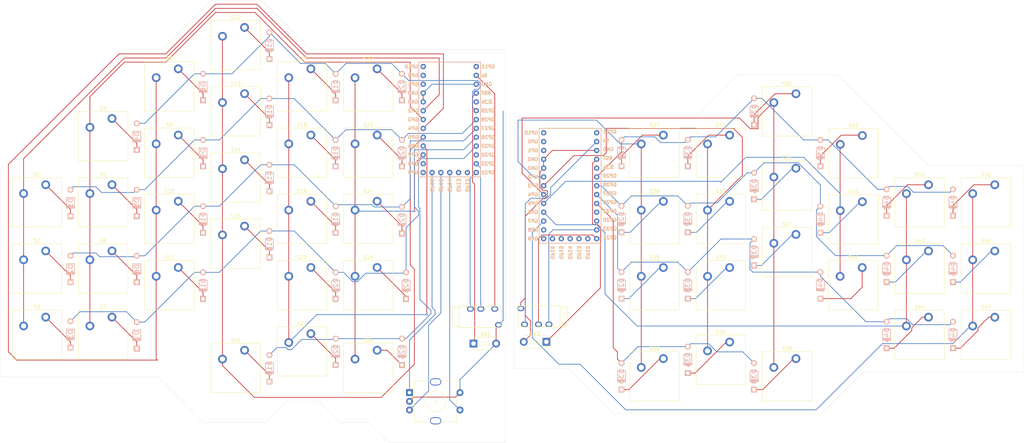
<source format=kicad_pcb>
(kicad_pcb (version 20240108) (generator "pcbnew") (generator_version "8.0")
  (layers (0 "F.Cu" signal) (31 "B.Cu" signal) (34 "B.Paste" user) (35 "F.Paste" user) (36 "B.SilkS" user "B.Silkscreen") (37 "F.SilkS" user "F.Silkscreen") (38 "B.Mask" user) (39 "F.Mask" user) (44 "Edge.Cuts" user))
  (net 0 "")
  (net 1 "ROW2")
  (net 2 "Net-(D1-A)")
  (net 3 "Net-(D2-A)")
  (net 4 "ROW3")
  (net 5 "ROW4")
  (net 6 "Net-(D3-A)")
  (net 7 "Net-(D4-A)")
  (net 8 "ROW1")
  (net 9 "Net-(D5-A)")
  (net 10 "Net-(D6-A)")
  (net 11 "Net-(D7-A)")
  (net 12 "Net-(D8-A)")
  (net 13 "Net-(D9-A)")
  (net 14 "Net-(D10-A)")
  (net 15 "Net-(D11-A)")
  (net 16 "Net-(D12-A)")
  (net 17 "Net-(D13-A)")
  (net 18 "Net-(D14-A)")
  (net 19 "Net-(D15-A)")
  (net 20 "ROW5")
  (net 21 "Net-(D16-A)")
  (net 22 "Net-(D17-A)")
  (net 23 "Net-(D18-A)")
  (net 24 "Net-(D19-A)")
  (net 25 "Net-(D20-A)")
  (net 26 "Net-(D21-A)")
  (net 27 "Net-(D22-A)")
  (net 28 "Net-(D23-A)")
  (net 29 "Net-(D24-A)")
  (net 30 "Net-(D25-A)")
  (net 31 "Net-(D26-A)")
  (net 32 "Net-(D27-A)")
  (net 33 "ROW6")
  (net 34 "Net-(D28-A)")
  (net 35 "ROW7")
  (net 36 "Net-(D29-A)")
  (net 37 "ROW8")
  (net 38 "Net-(D30-A)")
  (net 39 "ROW9")
  (net 40 "Net-(D31-A)")
  (net 41 "Net-(D32-A)")
  (net 42 "Net-(D33-A)")
  (net 43 "Net-(D34-A)")
  (net 44 "Net-(D35-A)")
  (net 45 "Net-(D36-A)")
  (net 46 "Net-(D37-A)")
  (net 47 "Net-(D38-A)")
  (net 48 "Net-(D39-A)")
  (net 49 "Net-(D40-A)")
  (net 50 "Net-(D41-A)")
  (net 51 "Net-(D42-A)")
  (net 52 "Net-(D43-A)")
  (net 53 "Net-(D44-A)")
  (net 54 "Net-(D45-A)")
  (net 55 "Net-(D46-A)")
  (net 56 "Net-(D47-A)")
  (net 57 "COL1")
  (net 58 "COL2")
  (net 59 "COL3")
  (net 60 "COL4")
  (net 61 "COL5")
  (net 62 "COL6")
  (net 63 "COL7")
  (net 64 "COL8")
  (net 65 "COL9")
  (net 66 "COL10")
  (net 67 "COL11")
  (net 68 "COL12")
  (net 69 "RST")
  (net 70 "GND1")
  (net 71 "ROTSW")
  (net 72 "ROTB")
  (net 73 "ROTA")
  (net 74 "RST2")
  (net 75 "RX")
  (net 76 " TX")
  (net 82 "VCC")
  (net 88 "RXR")
  (net 89 " TXR")
  (net 104 "GND4")
  (net 105 "RSTR")
  (net 106 "VCC2")
  (footprint "ScottoKeebs_MX:MX_PCB" (layer "F.Cu") (at 121.3 90.34375)
    (property "Reference" "S24")
    (property "Value" "Keyswitch")
  )
  (footprint "ScottoKeebs_MX:MX_PCB" (layer "F.Cu") (at 203.553125 71.314375)
    (property "Reference" "S27")
    (property "Value" "Keyswitch")
  )
  (footprint "ScottoKeebs_MX:MX_PCB" (layer "F.Cu") (at 83.2 133.20625)
    (property "Reference" "S16")
    (property "Value" "Keyswitch")
  )
  (footprint "ScottoKeebs_MX:MX_PCB" (layer "F.Cu") (at 102.25 52.24375)
    (property "Reference" "S17")
    (property "Value" "Keyswitch")
  )
  (footprint "Button_Switch_THT:SW_PUSH_1P1T_6x3.5mm_H4.3_APEM_MJTP1243" (layer "F.Cu") (at 151.53125 126.20625)
    (property "Reference" "SW1")
    (property "Value" "RESET")
  )
  (footprint "ScottoKeebs_MX:MX_PCB" (layer "F.Cu") (at 102.25 71.29375)
    (property "Reference" "S18")
    (property "Value" "Keyswitch")
  )
  (footprint "ScottoKeebs_MCU:RP2040_Pro_Micro" (layer "F.Cu") (at 179.308125 82.07375)
    (property "Reference" "U4" (hide yes))
    (property "Value" "RP2040_Pro_Micro" (hide yes))
  )
  (footprint "ScottoKeebs_MX:MX_PCB" (layer "F.Cu") (at 121.3 109.39375)
    (property "Reference" "S25")
    (property "Value" "Keyswitch")
  )
  (footprint "ScottoKeebs_MX:MX_PCB" (layer "F.Cu") (at 298.803125 85.601875)
    (property "Reference" "S45")
    (property "Value" "Keyswitch")
  )
  (footprint "Button_Switch_THT:SW_PUSH_1P1T_6x3.5mm_H4.3_APEM_MJTP1243" (layer "F.Cu") (at 172.4775 125.708125 180)
    (property "Reference" "SW3")
    (property "Value" "RESET")
  )
  (footprint "ScottoKeebs_MX:MX_PCB" (layer "F.Cu") (at 26.05 104.63125)
    (property "Reference" "S2")
    (property "Value" "Keyswitch")
  )
  (footprint "ScottoKeebs_MX:MX_PCB" (layer "F.Cu") (at 83.2 97.4875)
    (property "Reference" "S15")
    (property "Value" "Keyswitch")
  )
  (footprint "ScottoKeebs_MX:MX_PCB" (layer "F.Cu") (at 241.653125 135.608125)
    (property "Reference" "S38")
    (property "Value" "Keyswitch")
  )
  (footprint "ScottoKeebs_MX:MX_PCB" (layer "F.Cu") (at 83.2 78.4375)
    (property "Reference" "S14")
    (property "Value" "Keyswitch")
  )
  (footprint "ScottoKeebs_MX:MX_PCB" (layer "F.Cu") (at 298.803125 123.701875)
    (property "Reference" "S47")
    (property "Value" "Keyswitch")
  )
  (footprint "ScottoKeebs_Components:TRRS_PJ-320A" (layer "F.Cu") (at 147.44375 118.540625 90)
    (property "Reference" "U1")
    (property "Value" "TRRS")
  )
  (footprint "ScottoKeebs_MX:MX_PCB" (layer "F.Cu") (at 83.2 40.3375)
    (property "Reference" "S12")
    (property "Value" "Keyswitch")
  )
  (footprint "ScottoKeebs_MX:MX_PCB" (layer "F.Cu") (at 222.603125 71.314375)
    (property "Reference" "S31")
    (property "Value" "Keyswitch")
  )
  (footprint "ScottoKeebs_MX:MX_PCB" (layer "F.Cu") (at 279.753125 85.601875)
    (property "Reference" "S42")
    (property "Value" "Keyswitch")
  )
  (footprint "ScottoKeebs_MX:MX_PCB" (layer "F.Cu") (at 241.653125 80.839375)
    (property "Reference" "S36")
    (property "Value" "Keyswitch")
  )
  (footprint "ScottoKeebs_MX:MX_PCB" (layer "F.Cu") (at 64.15 90.34375)
    (property "Reference" "S10")
    (property "Value" "Keyswitch")
  )
  (footprint "ScottoKeebs_MX:MX_PCB" (layer "F.Cu") (at 260.746875 90.4875)
    (property "Reference" "S40")
    (property "Value" "Keyswitch")
  )
  (footprint "ScottoKeebs_MCU:RP2040_Pro_Micro" (layer "F.Cu") (at 144.700625 63.02375)
    (property "Reference" "U2" (hide yes))
    (property "Value" "RP2040_Pro_Micro" (hide yes))
  )
  (footprint "ScottoKeebs_MX:MX_PCB" (layer "F.Cu") (at 121.3 133.20625)
    (property "Reference" "S26")
    (property "Value" "Keyswitch")
  )
  (footprint "ScottoKeebs_MX:MX_PCB" (layer "F.Cu") (at 121.3 52.24375)
    (property "Reference" "S22")
    (property "Value" "Keyswitch")
  )
  (footprint "ScottoKeebs_MX:MX_PCB" (layer "F.Cu") (at 279.753125 104.651875)
    (property "Reference" "S43")
    (property "Value" "Keyswitch")
  )
  (footprint "ScottoKeebs_MX:MX_PCB" (layer "F.Cu") (at 26.05 123.68125)
    (property "Reference" "S3")
    (property "Value" "Keyswitch")
  )
  (footprint "ScottoKeebs_MX:MX_PCB" (layer "F.Cu") (at 203.553125 135.608125)
    (property "Reference" "S30")
    (property "Value" "Keyswitch")
  )
  (footprint "ScottoKeebs_MX:MX_PCB" (layer "F.Cu") (at 222.603125 130.845625)
    (property "Reference" "S34")
    (property "Value" "Keyswitch")
  )
  (footprint "ScottoKeebs_MX:MX_PCB" (layer "F.Cu") (at 45.1 123.68125)
    (property "Reference" "S7")
    (property "Value" "Keyswitch")
  )
  (footprint "ScottoKeebs_MX:MX_PCB" (layer "F.Cu") (at 203.553125 90.364375)
    (property "Reference" "S28")
    (property "Value" "Keyswitch")
  )
  (footprint "ScottoKeebs_MX:MX_PCB" (layer "F.Cu") (at 222.603125 109.414375)
    (property "Reference" "S33")
    (property "Value" "Keyswitch")
  )
  (footprint "ScottoKeebs_Components:TRRS_PJ-320A" (layer "F.Cu") (at 176.40625 118.39375 -90)
    (property "Reference" "U3")
    (property "Value" "TRRS")
  )
  (footprint "ScottoKeebs_MX:MX_PCB" (layer "F.Cu") (at 45.1 66.53125)
    (property "Reference" "S4")
    (property "Value" "Keyswitch")
  )
  (footprint "ScottoKeebs_MX:MX_PCB" (layer "F.Cu") (at 222.603125 90.364375)
    (property "Reference" "S32")
    (property "Value" "Keyswitch")
  )
  (footprint "ScottoKeebs_MX:MX_PCB" (layer "F.Cu") (at 45.1 85.58125)
    (property "Reference" "S5")
    (property "Value" "Keyswitch")
  )
  (footprint "ScottoKeebs_MX:MX_PCB" (layer "F.Cu") (at 241.653125 99.889375)
    (property "Reference" "S37")
    (property "Value" "Keyswitch")
  )
  (footprint "ScottoKeebs_MX:MX_PCB" (layer "F.Cu") (at 64.15 71.29375)
    (property "Reference" "S9")
    (property "Value" "Keyswitch")
  )
  (footprint "ScottoKeebs_MX:MX_PCB" (layer "F.Cu") (at 260.746875 71.4375)
    (property "Reference" "S39")
    (property "Value" "Keyswitch")
  )
  (footprint "ScottoKeebs_MX:MX_PCB" (layer "F.Cu") (at 45.1 104.63125)
    (property "Reference" "S6")
    (property "Value" "Keyswitch")
  )
  (footprint "ScottoKeebs_MX:MX_PCB" (layer "F.Cu") (at 203.553125 109.414375)
    (property "Reference" "S29")
    (property "Value" "Keyswitch")
  )
  (footprint "ScottoKeebs_MX:MX_PCB" (layer "F.Cu") (at 279.753125 123.701875)
    (property "Reference" "S44")
    (property "Value" "Keyswitch")
  )
  (footprint "ScottoKeebs_MX:MX_PCB" (layer "F.Cu") (at 241.653125 59.408125)
    (property "Reference" "S35")
    (property "Value" "Keyswitch")
  )
  (footprint "ScottoKeebs_MX:MX_PCB" (layer "F.Cu") (at 121.3 71.29375)
    (property "Reference" "S23")
    (property "Value" "Keyswitch")
  )
  (footprint "Keebio-Parts:RotaryEncoder_EC11" (layer "F.Cu") (at 140.640625 142.821875)
    (property "Reference" "SW2")
    (property "Value" "RotaryEncoder_Switch")
  )
  (footprint "ScottoKeebs_MX:MX_PCB" (layer "F.Cu") (at 83.2 59.3875)
    (property "Reference" "S13")
    (property "Value" "Keyswitch")
  )
  (footprint "ScottoKeebs_MX:MX_PCB" (layer "F.Cu") (at 102.25 109.39375)
    (property "Reference" "S20")
    (property "Value" "Keyswitch")
  )
  (footprint "ScottoKeebs_MX:MX_PCB" (layer "F.Cu") (at 26.05 85.58125)
    (property "Reference" "S1")
    (property "Value" "Keyswitch")
  )
  (footprint "ScottoKeebs_MX:MX_PCB" (layer "F.Cu") (at 298.803125 104.651875)
    (property "Reference" "S46")
    (property "Value" "Keyswitch")
  )
  (footprint "ScottoKeebs_MX:MX_PCB" (layer "F.Cu") (at 64.15 52.24375)
    (property "Reference" "S8")
    (property "Value" "Keyswitch")
  )
  (footprint "ScottoKeebs_MX:MX_PCB" (layer "F.Cu") (at 102.25 128.44375)
    (property "Reference" "S21")
    (property "Value" "Keyswitch")
  )
  (footprint "ScottoKeebs_MX:MX_PCB" (layer "F.Cu") (at 260.703125 109.414375)
    (property "Reference" "S41")
    (property "Value" "Keyswitch")
  )
  (footprint "ScottoKeebs_MX:MX_PCB" (layer "F.Cu") (at 64.15 109.39375)
    (property "Reference" "S11")
    (property "Value" "Keyswitch")
  )
  (footprint "ScottoKeebs_MX:MX_PCB" (layer "F.Cu") (at 102.25 90.34375)
    (property "Reference" "S19")
    (property "Value" "Keyswitch")
  )
  (footprint "Keebio-Parts:Diode" (layer "B.Cu") (at 73.81875 52.3875 -90)
    (property "Reference" "D8")
    (property "Value" "Diode" (hide yes))
  )
  (footprint "Keebio-Parts:Diode" (layer "B.Cu") (at 54.76875 66.675 -90)
    (property "Reference" "D4")
    (property "Value" "Diode" (hide yes))
  )
  (footprint "Keebio-Parts:Diode" (layer "B.Cu") (at 35.71875 104.775 -90)
    (property "Reference" "D2")
    (property "Value" "Diode" (hide yes))
  )
  (footprint "Keebio-Parts:Diode" (layer "B.Cu") (at 232.171875 135.651875 -90)
    (property "Reference" "D38")
    (property "Value" "Diode" (hide yes))
  )
  (footprint "Keebio-Parts:Diode" (layer "B.Cu") (at 92.86875 59.53125 -90)
    (property "Reference" "D13")
    (property "Value" "Diode" (hide yes))
  )
  (footprint "Keebio-Parts:Diode" (layer "B.Cu") (at 270.271875 104.695625 -90)
    (property "Reference" "D43")
    (property "Value" "Diode" (hide yes))
  )
  (footprint "Keebio-Parts:Diode" (layer "B.Cu") (at 232.171875 59.451875 -90)
    (property "Reference" "D35")
    (property "Value" "Diode" (hide yes))
  )
  (footprint "Keebio-Parts:Diode" (layer "B.Cu") (at 73.81875 71.4375 -90)
    (property "Reference" "D9")
    (property "Value" "Diode" (hide yes))
  )
  (footprint "Keebio-Parts:Diode" (layer "B.Cu") (at 54.76875 123.825 -90)
    (property "Reference" "D7")
    (property "Value" "Diode" (hide yes))
  )
  (footprint "Keebio-Parts:Diode" (layer "B.Cu") (at 289.321875 123.745625 -90)
    (property "Reference" "D47")
    (property "Value" "Diode" (hide yes))
  )
  (footprint "Keebio-Parts:Diode" (layer "B.Cu") (at 289.321875 85.645625 -90)
    (property "Reference" "D45")
    (property "Value" "Diode" (hide yes))
  )
  (footprint "Keebio-Parts:Diode" (layer "B.Cu") (at 213.121875 90.408125 -90)
    (property "Reference" "D32")
    (property "Value" "Diode" (hide yes))
  )
  (footprint "Keebio-Parts:Diode" (layer "B.Cu") (at 251.221875 71.4375 -90)
    (property "Reference" "D39")
    (property "Value" "Diode" (hide yes))
  )
  (footprint "Keebio-Parts:Diode" (layer "B.Cu") (at 251.221875 109.458125 -90)
    (property "Reference" "D41")
    (property "Value" "Diode" (hide yes))
  )
  (footprint "Keebio-Parts:Diode" (layer "B.Cu") (at 213.121875 130.889375 -90)
    (property "Reference" "D34")
    (property "Value" "Diode" (hide yes))
  )
  (footprint "Keebio-Parts:Diode" (layer "B.Cu") (at 213.121875 109.458125 -90)
    (property "Reference" "D33")
    (property "Value" "Diode" (hide yes))
  )
  (footprint "Keebio-Parts:Diode" (layer "B.Cu") (at 92.86875 97.63125 -90)
    (property "Reference" "D15")
    (property "Value" "Diode" (hide yes))
  )
  (footprint "Keebio-Parts:Diode" (layer "B.Cu") (at 194.071875 90.408125 -90)
    (property "Reference" "D28")
    (property "Value" "Diode" (hide yes))
  )
  (footprint "Keebio-Parts:Diode" (layer "B.Cu") (at 35.71875 85.725 -90)
    (property "Reference" "D1")
    (property "Value" "Diode" (hide yes))
  )
  (footprint "Keebio-Parts:Diode" (layer "B.Cu") (at 194.071875 109.458125 -90)
    (property "Reference" "D29")
    (property "Value" "Diode" (hide yes))
  )
  (footprint "Keebio-Parts:Diode" (layer "B.Cu") (at 111.91875 109.5375 -90)
    (property "Reference" "D20")
    (property "Value" "Diode" (hide yes))
  )
  (footprint "Keebio-Parts:Diode" (layer "B.Cu") (at 73.81875 109.5375 -90)
    (property "Reference" "D11")
    (property "Value" "Diode" (hide yes))
  )
  (footprint "Keebio-Parts:Diode" (layer "B.Cu") (at 232.171875 99.933125 -90)
    (property "Reference" "D37")
    (property "Value" "Diode" (hide yes))
  )
  (footprint "Keebio-Parts:Diode" (layer "B.Cu") (at 194.071875 135.651875 -90)
    (property "Reference" "D30")
    (property "Value" "Diode" (hide yes))
  )
  (footprint "Keebio-Parts:Diode" (layer "B.Cu") (at 232.171875 80.883125 -90)
    (property "Reference" "D36")
    (property "Value" "Diode" (hide yes))
  )
  (footprint "Keebio-Parts:Diode" (layer "B.Cu") (at 194.071875 71.358125 -90)
    (property "Reference" "D27")
    (property "Value" "Diode" (hide yes))
  )
  (footprint "Keebio-Parts:Diode" (layer "B.Cu") (at 270.271875 85.645625 -90)
    (property "Reference" "D42")
    (property "Value" "Diode" (hide yes))
  )
  (footprint "Keebio-Parts:Diode" (layer "B.Cu") (at 132.159375 109.5375 -90)
    (property "Reference" "D25")
    (property "Value" "Diode" (hide yes))
  )
  (footprint "Keebio-Parts:Diode" (layer "B.Cu") (at 213.121875 71.358125 -90)
    (property "Reference" "D31")
    (property "Value" "Diode" (hide yes))
  )
  (footprint "Keebio-Parts:Diode" (layer "B.Cu") (at 92.86875 78.58125 -90)
    (property "Reference" "D14")
    (property "Value" "Diode" (hide yes))
  )
  (footprint "Keebio-Parts:Diode" (layer "B.Cu") (at 54.76875 85.725 -90)
    (property "Reference" "D5")
    (property "Value" "Diode" (hide yes))
  )
  (footprint "Keebio-Parts:Diode" (layer "B.Cu") (at 289.321875 104.695625 -90)
    (property "Reference" "D46")
    (property "Value" "Diode" (hide yes))
  )
  (footprint "Keebio-Parts:Diode" (layer "B.Cu") (at 130.96875 128.5875 -90)
    (property "Reference" "D26")
    (property "Value" "Diode" (hide yes))
  )
  (footprint "Keebio-Parts:Diode" (layer "B.Cu") (at 73.81875 90.4875 -90)
    (property "Reference" "D10")
    (property "Value" "Diode" (hide yes))
  )
  (footprint "Keebio-Parts:Diode" (layer "B.Cu") (at 130.96875 71.4375 -90)
    (property "Reference" "D23")
    (property "Value" "Diode" (hide yes))
  )
  (footprint "Keebio-Parts:Diode" (layer "B.Cu") (at 54.76875 104.775 -90)
    (property "Reference" "D6")
    (property "Value" "Diode" (hide yes))
  )
  (footprint "Keebio-Parts:Diode" (layer "B.Cu") (at 130.96875 90.725625 -90)
    (property "Reference" "D24")
    (property "Value" "Diode" (hide yes))
  )
  (footprint "Keebio-Parts:Diode" (layer "B.Cu") (at 35.71875 123.586875 -90)
    (property "Reference" "D3")
    (property "Value" "Diode" (hide yes))
  )
  (footprint "Keebio-Parts:Diode" (layer "B.Cu") (at 92.86875 40.48125 -90)
    (property "Reference" "D12")
    (property "Value" "Diode" (hide yes))
  )
  (footprint "Keebio-Parts:Diode" (layer "B.Cu") (at 270.271875 123.745625 -90)
    (property "Reference" "D44")
    (property "Value" "Diode" (hide yes))
  )
  (footprint "Keebio-Parts:Diode" (layer "B.Cu") (at 111.91875 90.4875 -90)
    (property "Reference" "D19")
    (property "Value" "Diode" (hide yes))
  )
  (footprint "Keebio-Parts:Diode" (layer "B.Cu") (at 130.96875 52.3875 -90)
    (property "Reference" "D22")
    (property "Value" "Diode" (hide yes))
  )
  (footprint "Keebio-Parts:Diode" (layer "B.Cu") (at 92.86875 133.35 -90)
    (property "Reference" "D16")
    (property "Value" "Diode" (hide yes))
  )
  (footprint "Keebio-Parts:Diode" (layer "B.Cu") (at 251.221875 90.4875 -90)
    (property "Reference" "D40")
    (property "Value" "Diode" (hide yes))
  )
  (footprint "Keebio-Parts:Diode" (layer "B.Cu") (at 111.91875 52.3875 -90)
    (property "Reference" "D17")
    (property "Value" "Diode" (hide yes))
  )
  (footprint "Keebio-Parts:Diode" (layer "B.Cu") (at 111.91875 71.4375 -90)
    (property "Reference" "D18")
    (property "Value" "Diode" (hide yes))
  )
  (footprint "Keebio-Parts:Diode" (layer "B.Cu") (at 111.91875 128.5875 -90)
    (property "Reference" "D21")
    (property "Value" "Diode" (hide yes))
  )
  (gr_line (start 73.81875 148.828125) (end 60.721875 135.73125) (stroke (width 0.05)) (layer "Edge.Cuts"))
  (gr_line (start 127.396875 154.78125) (end 121.44375 148.828125) (stroke (width 0.05)) (layer "Edge.Cuts"))
  (gr_line (start 191.849375 146.446875) (end 178.7525 133.35) (stroke (width 0.05)) (layer "Edge.Cuts"))
  (gr_line (start 163.274375 60.721875) (end 215.661875 60.721875) (stroke (width 0.05)) (layer "Edge.Cuts"))
  (gr_line (start 60.721875 135.73125) (end 15.478125 135.73125) (stroke (width 0.05)) (layer "Edge.Cuts"))
  (gr_line (start 90.4875 27.384375) (end 104.775 41.671875) (stroke (width 0.05)) (layer "Edge.Cuts"))
  (gr_line (start 251.380625 146.446875) (end 191.849375 146.446875) (stroke (width 0.05)) (layer "Edge.Cuts"))
  (gr_line (start 227.568125 48.815625) (end 256.143125 48.815625) (stroke (width 0.05)) (layer "Edge.Cuts"))
  (gr_line (start 178.7525 133.35) (end 163.274375 133.35) (stroke (width 0.05)) (layer "Edge.Cuts"))
  (gr_line (start 309.72125 75.009375) (end 309.72125 134.540625) (stroke (width 0.05)) (layer "Edge.Cuts"))
  (gr_line (start 160.734375 41.671875) (end 160.734375 154.78125) (stroke (width 0.05)) (layer "Edge.Cuts"))
  (gr_line (start 50.00625 41.671875) (end 61.9125 41.671875) (stroke (width 0.05)) (layer "Edge.Cuts"))
  (gr_line (start 215.661875 60.721875) (end 227.568125 48.815625) (stroke (width 0.05)) (layer "Edge.Cuts"))
  (gr_line (start 80.9625 148.828125) (end 73.81875 148.828125) (stroke (width 0.05)) (layer "Edge.Cuts"))
  (gr_line (start 113.109375 148.828125) (end 107.15625 142.875) (stroke (width 0.05)) (layer "Edge.Cuts"))
  (gr_line (start 160.734375 154.78125) (end 127.396875 154.78125) (stroke (width 0.05)) (layer "Edge.Cuts"))
  (gr_line (start 104.775 41.671875) (end 160.734375 41.671875) (stroke (width 0.05)) (layer "Edge.Cuts"))
  (gr_line (start 263.286875 134.540625) (end 251.380625 146.446875) (stroke (width 0.05)) (layer "Edge.Cuts"))
  (gr_line (start 76.2 27.384375) (end 90.4875 27.384375) (stroke (width 0.05)) (layer "Edge.Cuts"))
  (gr_line (start 61.9125 41.671875) (end 76.2 27.384375) (stroke (width 0.05)) (layer "Edge.Cuts"))
  (gr_line (start 121.44375 148.828125) (end 113.109375 148.828125) (stroke (width 0.05)) (layer "Edge.Cuts"))
  (gr_line (start 97.63125 142.875) (end 91.678125 148.828125) (stroke (width 0.05)) (layer "Edge.Cuts"))
  (gr_line (start 282.336875 75.009375) (end 309.72125 75.009375) (stroke (width 0.05)) (layer "Edge.Cuts"))
  (gr_line (start 163.274375 133.35) (end 163.274375 60.721875) (stroke (width 0.05)) (layer "Edge.Cuts"))
  (gr_line (start 91.678125 148.828125) (end 80.9625 148.828125) (stroke (width 0.05)) (layer "Edge.Cuts"))
  (gr_line (start 107.15625 142.875) (end 97.63125 142.875) (stroke (width 0.05)) (layer "Edge.Cuts"))
  (gr_line (start 309.72125 134.540625) (end 263.286875 134.540625) (stroke (width 0.05)) (layer "Edge.Cuts"))
  (gr_line (start 15.478125 135.73125) (end 15.478125 76.2) (stroke (width 0.05)) (layer "Edge.Cuts"))
  (gr_line (start 256.143125 48.815625) (end 282.336875 75.009375) (stroke (width 0.05)) (layer "Edge.Cuts"))
  (gr_line (start 15.478125 76.2) (end 50.00625 41.671875) (stroke (width 0.05)) (layer "Edge.Cuts"))
  (segment (start 90.387787 55.72125) (end 92.86875 55.72125) (width 0.2) (layer "B.Cu") (net 1))
  (segment (start 54.76875 81.915) (end 57.050287 81.915) (width 0.2) (layer "B.Cu") (net 1))
  (segment (start 132.8245 65.77175) (end 148.302625 65.77175) (width 0.2) (layer "B.Cu") (net 1))
  (segment (start 78.481537 67.6275) (end 90.387787 55.72125) (width 0.2) (layer "B.Cu") (net 1))
  (segment (start 42.9895 81.0895) (end 44.6405 82.7405) (width 0.2) (layer "B.Cu") (net 1))
  (segment (start 71.337787 67.6275) (end 73.81875 67.6275) (width 0.2) (layer "B.Cu") (net 1))
  (segment (start 128.005 64.66375) (end 130.96875 67.6275) (width 0.2) (layer "B.Cu") (net 1))
  (segment (start 148.302625 65.77175) (end 152.320625 61.75375) (width 0.2) (layer "B.Cu") (net 1))
  (segment (start 44.6405 82.7405) (end 53.94325 82.7405) (width 0.2) (layer "B.Cu") (net 1))
  (segment (start 111.91875 67.6275) (end 114.8825 64.66375) (width 0.2) (layer "B.Cu") (net 1))
  (segment (start 130.96875 67.6275) (end 132.8245 65.77175) (width 0.2) (layer "B.Cu") (net 1))
  (segment (start 114.8825 64.66375) (end 128.005 64.66375) (width 0.2) (layer "B.Cu") (net 1))
  (segment (start 73.81875 67.6275) (end 78.481537 67.6275) (width 0.2) (layer "B.Cu") (net 1))
  (segment (start 53.94325 82.7405) (end 54.76875 81.915) (width 0.2) (layer "B.Cu") (net 1))
  (segment (start 92.86875 55.72125) (end 100.0125 55.72125) (width 0.2) (layer "B.Cu") (net 1))
  (segment (start 57.050287 81.915) (end 71.337787 67.6275) (width 0.2) (layer "B.Cu") (net 1))
  (segment (start 36.54425 81.0895) (end 42.9895 81.0895) (width 0.2) (layer "B.Cu") (net 1))
  (segment (start 100.0125 55.72125) (end 111.91875 67.6275) (width 0.2) (layer "B.Cu") (net 1))
  (segment (start 35.71875 81.915) (end 36.54425 81.0895) (width 0.2) (layer "B.Cu") (net 1))
  (segment (start 35.71875 87.63) (end 35.71875 89.535) (width 0.2) (layer "F.Cu") (net 2))
  (segment (start 35.2425 89.535) (end 35.71875 89.535) (width 0.2) (layer "F.Cu") (net 2))
  (segment (start 28.59 80.50125) (end 35.71875 87.63) (width 0.2) (layer "F.Cu") (net 2))
  (segment (start 35.71875 106.68) (end 35.71875 108.585) (width 0.2) (layer "F.Cu") (net 3))
  (segment (start 28.59 99.55125) (end 35.71875 106.68) (width 0.2) (layer "F.Cu") (net 3))
  (segment (start 100.0125 74.77125) (end 111.91875 86.6775) (width 0.2) (layer "B.Cu") (net 4))
  (segment (start 112.3425 86.25375) (end 122.3725 86.25375) (width 0.2) (layer "B.Cu") (net 4))
  (segment (start 133.380125 67.89575) (end 133.35 67.865625) (width 0.2) (layer "B.Cu") (net 4))
  (segment (start 36.54425 100.1395) (end 42.9895 100.1395) (width 0.2) (layer "B.Cu") (net 4))
  (segment (start 152.320625 64.29375) (end 148.718625 67.89575) (width 0.2) (layer "B.Cu") (net 4))
  (segment (start 42.9895 100.1395) (end 44.053125 101.203125) (width 0.2) (layer "B.Cu") (net 4))
  (segment (start 123.034375 86.915625) (end 130.96875 86.915625) (width 0.2) (layer "B.Cu") (net 4))
  (segment (start 133.35 84.534375) (end 130.96875 86.915625) (width 0.2) (layer "B.Cu") (net 4))
  (segment (start 57.050287 100.965) (end 71.337787 86.6775) (width 0.2) (layer "B.Cu") (net 4))
  (segment (start 54.76875 100.965) (end 57.050287 100.965) (width 0.2) (layer "B.Cu") (net 4))
  (segment (start 122.3725 86.25375) (end 123.034375 86.915625) (width 0.2) (layer "B.Cu") (net 4))
  (segment (start 73.81875 86.6775) (end 78.481537 86.6775) (width 0.2) (layer "B.Cu") (net 4))
  (segment (start 92.86875 74.77125) (end 100.0125 74.77125) (width 0.2) (layer "B.Cu") (net 4))
  (segment (start 71.337787 86.6775) (end 73.81875 86.6775) (width 0.2) (layer "B.Cu") (net 4))
  (segment (start 133.35 67.865625) (end 133.35 84.534375) (width 0.2) (layer "B.Cu") (net 4))
  (segment (start 78.481537 86.6775) (end 90.387787 74.77125) (width 0.2) (layer "B.Cu") (net 4))
  (segment (start 90.387787 74.77125) (end 92.86875 74.77125) (width 0.2) (layer "B.Cu") (net 4))
  (segment (start 44.053125 101.203125) (end 54.530625 101.203125) (width 0.2) (layer "B.Cu") (net 4))
  (segment (start 54.530625 101.203125) (end 54.76875 100.965) (width 0.2) (layer "B.Cu") (net 4))
  (segment (start 35.71875 100.965) (end 36.54425 100.1395) (width 0.2) (layer "B.Cu") (net 4))
  (segment (start 111.91875 86.6775) (end 112.3425 86.25375) (width 0.2) (layer "B.Cu") (net 4))
  (segment (start 148.718625 67.89575) (end 133.380125 67.89575) (width 0.2) (layer "B.Cu") (net 4))
  (segment (start 152.320625 66.83375) (end 148.718625 70.43575) (width 0.2) (layer "B.Cu") (net 5))
  (segment (start 111.91875 105.7275) (end 114.171718 105.7275) (width 0.2) (layer "B.Cu") (net 5))
  (segment (start 92.86875 93.82125) (end 100.0125 93.82125) (width 0.2) (layer "B.Cu") (net 5))
  (segment (start 114.171718 105.7275) (end 116.847968 108.40375) (width 0.2) (layer "B.Cu") (net 5))
  (segment (start 71.337787 105.7275) (end 73.81875 105.7275) (width 0.2) (layer "B.Cu") (net 5))
  (segment (start 135.73125 88.10625) (end 135.73125 89.296875) (width 0.2) (layer "B.Cu") (net 5))
  (segment (start 54.76875 120.015) (end 57.050287 120.015) (width 0.2) (layer "B.Cu") (net 5))
  (segment (start 116.847968 108.40375) (end 118.132032 108.40375) (width 0.2) (layer "B.Cu") (net 5))
  (segment (start 78.481537 105.7275) (end 90.387787 93.82125) (width 0.2) (layer "B.Cu") (net 5))
  (segment (start 38.444375 117.05125) (end 51.805 117.05125) (width 0.2) (layer "B.Cu") (net 5))
  (segment (start 57.050287 120.015) (end 71.337787 105.7275) (width 0.2) (layer "B.Cu") (net 5))
  (segment (start 148.718625 70.43575) (end 134.7295 70.43575) (width 0.2) (layer "B.Cu") (net 5))
  (segment (start 134.540625 86.915625) (end 135.73125 88.10625) (width 0.2) (layer "B.Cu") (net 5))
  (segment (start 135.73125 89.296875) (end 132.159375 92.86875) (width 0.2) (layer "B.Cu") (net 5))
  (segment (start 35.71875 119.776875) (end 38.444375 117.05125) (width 0.2) (layer "B.Cu") (net 5))
  (segment (start 51.805 117.05125) (end 54.76875 120.015) (width 0.2) (layer "B.Cu") (net 5))
  (segment (start 131.92125 105.965625) (end 132.159375 105.7275) (width 0.2) (layer "B.Cu") (net 5))
  (segment (start 132.159375 92.86875) (end 132.159375 105.7275) (width 0.2) (layer "B.Cu") (net 5))
  (segment (start 120.570157 105.965625) (end 131.92125 105.965625) (width 0.2) (layer "B.Cu") (net 5))
  (segment (start 118.132032 108.40375) (end 120.570157 105.965625) (width 0.2) (layer "B.Cu") (net 5))
  (segment (start 134.540625 70.246875) (end 134.540625 86.915625) (width 0.2) (layer "B.Cu") (net 5))
  (segment (start 134.7295 70.43575) (end 134.540625 70.246875) (width 0.2) (layer "B.Cu") (net 5))
  (segment (start 73.81875 105.7275) (end 78.481537 105.7275) (width 0.2) (layer "B.Cu") (net 5))
  (segment (start 100.0125 93.82125) (end 111.91875 105.7275) (width 0.2) (layer "B.Cu") (net 5))
  (segment (start 90.387787 93.82125) (end 92.86875 93.82125) (width 0.2) (layer "B.Cu") (net 5))
  (segment (start 28.59 118.60125) (end 35.71875 125.73) (width 0.2) (layer "F.Cu") (net 6))
  (segment (start 35.71875 125.73) (end 35.71875 127.396875) (width 0.2) (layer "F.Cu") (net 6))
  (segment (start 54.76875 68.58) (end 54.76875 70.485) (width 0.2) (layer "F.Cu") (net 7))
  (segment (start 47.64 61.45125) (end 54.76875 68.58) (width 0.2) (layer "F.Cu") (net 7))
  (segment (start 111.91875 48.5775) (end 108.955 45.61375) (width 0.2) (layer "B.Cu") (net 8))
  (segment (start 82.129933 48.5775) (end 73.81875 48.5775) (width 0.2) (layer "B.Cu") (net 8))
  (segment (start 130.96875 48.5775) (end 128.005 45.61375) (width 0.2) (layer "B.Cu") (net 8))
  (segment (start 108.955 45.61375) (end 101.81125 45.61375) (width 0.2) (layer "B.Cu") (net 8))
  (segment (start 128.005 45.61375) (end 114.8825 45.61375) (width 0.2) (layer "B.Cu") (net 8))
  (segment (start 151.88073 53.07175) (end 152.906375 53.07175) (width 0.2) (layer "B.Cu") (net 8))
  (segment (start 151.258625 58.15175) (end 151.258625 53.693855) (width 0.2) (layer "B.Cu") (net 8))
  (segment (start 132.923 50.53175) (end 130.96875 48.5775) (width 0.2) (layer "B.Cu") (net 8))
  (segment (start 57.050287 62.865) (end 54.76875 62.865) (width 0.2) (layer "B.Cu") (net 8))
  (segment (start 73.81875 48.5775) (end 71.337787 48.5775) (width 0.2) (layer "B.Cu") (net 8))
  (segment (start 92.86875 36.67125) (end 92.86875 37.838683) (width 0.2) (layer "B.Cu") (net 8))
  (segment (start 153.382625 52.5955) (end 153.382625 51.153855) (width 0.2) (layer "B.Cu") (net 8))
  (segment (start 152.320625 59.21375) (end 151.258625 58.15175) (width 0.2) (layer "B.Cu") (net 8))
  (segment (start 153.382625 51.153855) (end 152.76052 50.53175) (width 0.2) (layer "B.Cu") (net 8))
  (segment (start 92.86875 37.838683) (end 82.129933 48.5775) (width 0.2) (layer "B.Cu") (net 8))
  (segment (start 152.906375 53.07175) (end 153.382625 52.5955) (width 0.2) (layer "B.Cu") (net 8))
  (segment (start 101.81125 45.61375) (end 92.86875 36.67125) (width 0.2) (layer "B.Cu") (net 8))
  (segment (start 114.8825 45.61375) (end 111.91875 48.5775) (width 0.2) (layer "B.Cu") (net 8))
  (segment (start 71.337787 48.5775) (end 57.050287 62.865) (width 0.2) (layer "B.Cu") (net 8))
  (segment (start 152.76052 50.53175) (end 132.923 50.53175) (width 0.2) (layer "B.Cu") (net 8))
  (segment (start 151.258625 53.693855) (end 151.88073 53.07175) (width 0.2) (layer "B.Cu") (net 8))
  (segment (start 54.76875 87.63) (end 54.76875 89.535) (width 0.2) (layer "F.Cu") (net 9))
  (segment (start 47.64 80.50125) (end 54.76875 87.63) (width 0.2) (layer "F.Cu") (net 9))
  (segment (start 54.76875 106.68) (end 54.76875 108.585) (width 0.2) (layer "F.Cu") (net 10))
  (segment (start 47.64 99.55125) (end 54.76875 106.68) (width 0.2) (layer "F.Cu") (net 10))
  (segment (start 54.76875 125.73) (end 54.76875 127.635) (width 0.2) (layer "F.Cu") (net 11))
  (segment (start 47.64 118.60125) (end 54.76875 125.73) (width 0.2) (layer "F.Cu") (net 11))
  (segment (start 66.69 47.16375) (end 73.81875 54.2925) (width 0.2) (layer "F.Cu") (net 12))
  (segment (start 73.81875 54.2925) (end 73.81875 56.1975) (width 0.2) (layer "F.Cu") (net 12))
  (segment (start 66.69 66.21375) (end 73.81875 73.3425) (width 0.2) (layer "F.Cu") (net 13))
  (segment (start 73.81875 73.3425) (end 73.81875 75.2475) (width 0.2) (layer "F.Cu") (net 13))
  (segment (start 73.81875 92.3925) (end 73.81875 94.2975) (width 0.2) (layer "F.Cu") (net 14))
  (segment (start 66.69 85.26375) (end 73.81875 92.3925) (width 0.2) (layer "F.Cu") (net 14))
  (segment (start 73.81875 111.4425) (end 73.81875 113.3475) (width 0.2) (layer "F.Cu") (net 15))
  (segment (start 66.69 104.31375) (end 73.81875 111.4425) (width 0.2) (layer "F.Cu") (net 15))
  (segment (start 85.74 35.2575) (end 92.86875 42.38625) (width 0.2) (layer "F.Cu") (net 16))
  (segment (start 92.86875 42.38625) (end 92.86875 44.29125) (width 0.2) (layer "F.Cu") (net 16))
  (segment (start 92.86875 61.43625) (end 92.86875 63.34125) (width 0.2) (layer "F.Cu") (net 17))
  (segment (start 85.74 54.3075) (end 92.86875 61.43625) (width 0.2) (layer "F.Cu") (net 17))
  (segment (start 92.86875 80.48625) (end 92.86875 82.39125) (width 0.2) (layer "F.Cu") (net 18))
  (segment (start 85.74 73.3575) (end 92.86875 80.48625) (width 0.2) (layer "F.Cu") (net 18))
  (segment (start 85.74 92.4075) (end 92.86875 99.53625) (width 0.2) (layer "F.Cu") (net 19))
  (segment (start 92.86875 99.53625) (end 92.86875 101.44125) (width 0.2) (layer "F.Cu") (net 19))
  (segment (start 111.680625 125.015625) (end 111.91875 124.7775) (width 0.2) (layer "B.Cu") (net 20))
  (segment (start 95.067 127.34175) (end 97.626463 127.34175) (width 0.2) (layer "B.Cu") (net 20))
  (segment (start 97.626463 127.34175) (end 98.272 127.987287) (width 0.2) (layer "B.Cu") (net 20))
  (segment (start 130.96875 124.7775) (end 132.136183 124.7775) (width 0.2) (layer "B.Cu") (net 20))
  (segment (start 136.13125 113.509375) (end 139.303125 116.68125) (width 0.2) (layer "B.Cu") (net 20))
  (segment (start 135.73125 86.915625) (end 136.13125 87.315625) (width 0.2) (layer "B.Cu") (net 20))
  (segment (start 135.73125 73.81875) (end 135.73125 86.915625) (width 0.2) (layer "B.Cu") (net 20))
  (segment (start 132.136183 124.7775) (end 139.303125 117.610558) (width 0.2) (layer "B.Cu") (net 20))
  (segment (start 136.57425 72.97575) (end 135.73125 73.81875) (width 0.2) (layer "B.Cu") (net 20))
  (segment (start 92.86875 129.54) (end 95.067 127.34175) (width 0.2) (layer "B.Cu") (net 20))
  (segment (start 136.13125 87.315625) (end 136.13125 113.509375) (width 0.2) (layer "B.Cu") (net 20))
  (segment (start 102.156588 125.015625) (end 111.680625 125.015625) (width 0.2) (layer "B.Cu") (net 20))
  (segment (start 111.91875 124.7775) (end 130.96875 124.7775) (width 0.2) (layer "B.Cu") (net 20))
  (segment (start 99.184926 127.987287) (end 102.156588 125.015625) (width 0.2) (layer "B.Cu") (net 20))
  (segment (start 152.320625 69.37375) (end 148.718625 72.97575) (width 0.2) (layer "B.Cu") (net 20))
  (segment (start 139.303125 117.610558) (end 139.303125 116.68125) (width 0.2) (layer "B.Cu") (net 20))
  (segment (start 98.272 127.987287) (end 99.184926 127.987287) (width 0.2) (layer "B.Cu") (net 20))
  (segment (start 148.718625 72.97575) (end 136.57425 72.97575) (width 0.2) (layer "B.Cu") (net 20))
  (segment (start 92.86875 135.255) (end 92.86875 137.16) (width 0.2) (layer "F.Cu") (net 21))
  (segment (start 85.74 128.12625) (end 92.86875 135.255) (width 0.2) (layer "F.Cu") (net 21))
  (segment (start 104.79 47.16375) (end 111.91875 54.2925) (width 0.2) (layer "F.Cu") (net 22))
  (segment (start 111.91875 54.2925) (end 111.91875 56.1975) (width 0.2) (layer "F.Cu") (net 22))
  (segment (start 111.91875 73.3425) (end 111.91875 75.2475) (width 0.2) (layer "F.Cu") (net 23))
  (segment (start 104.79 66.21375) (end 111.91875 73.3425) (width 0.2) (layer "F.Cu") (net 23))
  (segment (start 104.79 85.26375) (end 111.91875 92.3925) (width 0.2) (layer "F.Cu") (net 24))
  (segment (start 111.91875 92.3925) (end 111.91875 94.2975) (width 0.2) (layer "F.Cu") (net 24))
  (segment (start 111.91875 111.4425) (end 111.91875 113.3475) (width 0.2) (layer "F.Cu") (net 25))
  (segment (start 104.79 104.31375) (end 111.91875 111.4425) (width 0.2) (layer "F.Cu") (net 25))
  (segment (start 111.91875 130.4925) (end 111.91875 132.3975) (width 0.2) (layer "F.Cu") (net 26))
  (segment (start 104.79 123.36375) (end 111.91875 130.4925) (width 0.2) (layer "F.Cu") (net 26))
  (segment (start 130.96875 54.2925) (end 130.96875 56.1975) (width 0.2) (layer "F.Cu") (net 27))
  (segment (start 123.84 47.16375) (end 130.96875 54.2925) (width 0.2) (layer "F.Cu") (net 27))
  (segment (start 123.84 66.21375) (end 130.96875 73.3425) (width 0.2) (layer "F.Cu") (net 28))
  (segment (start 130.96875 73.3425) (end 130.96875 75.2475) (width 0.2) (layer "F.Cu") (net 28))
  (segment (start 130.96875 92.3925) (end 130.96875 94.535625) (width 0.2) (layer "F.Cu") (net 29))
  (segment (start 123.84 85.26375) (end 130.96875 92.3925) (width 0.2) (layer "F.Cu") (net 29))
  (segment (start 123.84 104.31375) (end 132.159375 112.633125) (width 0.2) (layer "F.Cu") (net 30))
  (segment (start 132.159375 112.633125) (end 132.159375 113.3475) (width 0.2) (layer "F.Cu") (net 30))
  (segment (start 123.84 128.12625) (end 126.6975 128.12625) (width 0.2) (layer "F.Cu") (net 31))
  (segment (start 126.6975 128.12625) (end 130.96875 132.3975) (width 0.2) (layer "F.Cu") (net 31))
  (segment (start 200.091093 66.234375) (end 194.071875 72.253593) (width 0.2) (layer "F.Cu") (net 32))
  (segment (start 194.071875 72.253593) (end 194.071875 75.168125) (width 0.2) (layer "F.Cu") (net 32))
  (segment (start 206.093125 66.234375) (end 200.091093 66.234375) (width 0.2) (layer "F.Cu") (net 32))
  (segment (start 194.071875 71.12) (end 186.928125 78.26375) (width 0.2) (layer "F.Cu") (net 33))
  (segment (start 194.071875 67.548125) (end 194.071875 71.12) (width 0.2) (layer "F.Cu") (net 33))
  (segment (start 270.271875 81.835625) (end 271.097375 81.010125) (width 0.2) (layer "B.Cu") (net 33))
  (segment (start 288.496375 82.661125) (end 289.321875 81.835625) (width 0.2) (layer "B.Cu") (net 33))
  (segment (start 276.272625 81.010125) (end 277.923625 82.661125) (width 0.2) (layer "B.Cu") (net 33))
  (segment (start 232.171875 55.641875) (end 234.424843 55.641875) (width 0.2) (layer "B.Cu") (net 33))
  (segment (start 194.897375 66.722625) (end 203.6445 66.722625) (width 0.2) (layer "B.Cu") (net 33))
  (segment (start 194.071875 67.548125) (end 194.897375 66.722625) (width 0.2) (layer "B.Cu") (net 33))
  (segment (start 234.424843 55.641875) (end 246.410468 67.6275) (width 0.2) (layer "B.Cu") (net 33))
  (segment (start 205.2955 68.373625) (end 212.296375 68.373625) (width 0.2) (layer "B.Cu") (net 33))
  (segment (start 271.097375 81.010125) (end 276.272625 81.010125) (width 0.2) (layer "B.Cu") (net 33))
  (segment (start 212.296375 68.373625) (end 213.121875 67.548125) (width 0.2) (layer "B.Cu") (net 33))
  (segment (start 246.410468 67.6275) (end 251.221875 67.6275) (width 0.2) (layer "B.Cu") (net 33))
  (segment (start 213.947375 66.722625) (end 221.091125 66.722625) (width 0.2) (layer "B.Cu") (net 33))
  (segment (start 251.221875 67.6275) (end 253.474843 67.6275) (width 0.2) (layer "B.Cu") (net 33))
  (segment (start 277.923625 82.661125) (end 288.496375 82.661125) (width 0.2) (layer "B.Cu") (net 33))
  (segment (start 253.474843 67.6275) (end 267.682968 81.835625) (width 0.2) (layer "B.Cu") (net 33))
  (segment (start 213.121875 67.548125) (end 213.947375 66.722625) (width 0.2) (layer "B.Cu") (net 33))
  (segment (start 203.6445 66.722625) (end 205.2955 68.373625) (width 0.2) (layer "B.Cu") (net 33))
  (segment (start 221.091125 66.722625) (end 232.171875 55.641875) (width 0.2) (layer "B.Cu") (net 33))
  (segment (start 267.682968 81.835625) (end 270.271875 81.835625) (width 0.2) (layer "B.Cu") (net 33))
  (segment (start 196.549921 94.218125) (end 194.071875 94.218125) (width 0.2) (layer "B.Cu") (net 34))
  (segment (start 205.483671 85.284375) (end 196.549921 94.218125) (width 0.2) (layer "B.Cu") (net 34))
  (segment (start 206.093125 85.284375) (end 205.483671 85.284375) (width 0.2) (layer "B.Cu") (net 34))
  (segment (start 213.947375 85.772625) (end 221.503875 85.772625) (width 0.2) (layer "B.Cu") (net 35))
  (segment (start 221.503875 85.772625) (end 230.203375 77.073125) (width 0.2) (layer "B.Cu") (net 35))
  (segment (start 251.221875 80.596093) (end 251.221875 86.6775) (width 0.2) (layer "B.Cu") (net 35))
  (segment (start 194.071875 86.598125) (end 196.935625 83.734375) (width 0.2) (layer "B.Cu") (net 35))
  (segment (start 230.203375 77.073125) (end 232.171875 77.073125) (width 0.2) (layer "B.Cu") (net 35))
  (segment (start 232.171875 77.073125) (end 235.035625 74.209375) (width 0.2) (layer "B.Cu") (net 35))
  (segment (start 188.2775 80.80375) (end 186.928125 80.80375) (width 0.2) (layer "B.Cu") (net 35))
  (segment (start 194.071875 86.598125) (end 188.2775 80.80375) (width 0.2) (layer "B.Cu") (net 35))
  (segment (start 235.035625 74.209375) (end 244.835157 74.209375) (width 0.2) (layer "B.Cu") (net 35))
  (segment (start 270.271875 100.885625) (end 273.135625 98.021875) (width 0.2) (layer "B.Cu") (net 35))
  (segment (start 244.835157 74.209375) (end 251.221875 80.596093) (width 0.2) (layer "B.Cu") (net 35))
  (segment (start 273.135625 98.021875) (end 286.458125 98.021875) (width 0.2) (layer "B.Cu") (net 35))
  (segment (start 250.096375 87.803) (end 250.096375 95.423) (width 0.2) (layer "B.Cu") (net 35))
  (segment (start 286.458125 98.021875) (end 289.321875 100.885625) (width 0.2) (layer "B.Cu") (net 35))
  (segment (start 250.096375 95.423) (end 255.559 100.885625) (width 0.2) (layer "B.Cu") (net 35))
  (segment (start 196.935625 83.734375) (end 210.258125 83.734375) (width 0.2) (layer "B.Cu") (net 35))
  (segment (start 213.121875 86.598125) (end 213.947375 85.772625) (width 0.2) (layer "B.Cu") (net 35))
  (segment (start 210.258125 83.734375) (end 213.121875 86.598125) (width 0.2) (layer "B.Cu") (net 35))
  (segment (start 255.559 100.885625) (end 270.271875 100.885625) (width 0.2) (layer "B.Cu") (net 35))
  (segment (start 251.221875 86.6775) (end 250.096375 87.803) (width 0.2) (layer "B.Cu") (net 35))
  (segment (start 205.111588 104.334375) (end 196.177838 113.268125) (width 0.2) (layer "B.Cu") (net 36))
  (segment (start 206.093125 104.334375) (end 205.111588 104.334375) (width 0.2) (layer "B.Cu") (net 36))
  (segment (start 196.177838 113.268125) (end 194.071875 113.268125) (width 0.2) (layer "B.Cu") (net 36))
  (segment (start 232.171875 96.123125) (end 222.646875 96.123125) (width 0.2) (layer "B.Cu") (net 37))
  (segment (start 192.946375 104.522625) (end 194.071875 105.648125) (width 0.2) (layer "B.Cu") (net 37))
  (segment (start 230.98125 97.31375) (end 232.171875 96.123125) (width 0.2) (layer "B.Cu") (net 37))
  (segment (start 271.145 119.0625) (end 270.271875 119.935625) (width 0.2) (layer "B.Cu") (net 37))
  (segment (start 276.035782 119.0625) (end 271.145 119.0625) (width 0.2) (layer "B.Cu") (net 37))
  (segment (start 251.221875 105.648125) (end 231.825875 105.648125) (width 0.2) (layer "B.Cu") (net 37))
  (segment (start 230.98125 104.8035) (end 230.98125 97.31375) (width 0.2) (layer "B.Cu") (net 37))
  (segment (start 196.935625 102.784375) (end 194.071875 105.648125) (width 0.2) (layer "B.Cu") (net 37))
  (segment (start 186.928125 83.34375) (end 192.946375 89.362) (width 0.2) (layer "B.Cu") (net 37))
  (segment (start 192.946375 89.362) (end 192.946375 104.522625) (width 0.2) (layer "B.Cu") (net 37))
  (segment (start 270.271875 119.935625) (end 264.341942 119.935625) (width 0.2) (layer "B.Cu") (net 37))
  (segment (start 210.258125 102.784375) (end 196.935625 102.784375) (width 0.2) (layer "B.Cu") (net 37))
  (segment (start 231.825875 105.648125) (end 230.98125 104.8035) (width 0.2) (layer "B.Cu") (net 37))
  (segment (start 213.121875 105.648125) (end 210.258125 102.784375) (width 0.2) (layer "B.Cu") (net 37))
  (segment (start 277.734407 120.761125) (end 276.035782 119.0625) (width 0.2) (layer "B.Cu") (net 37))
  (segment (start 289.321875 119.935625) (end 288.496375 120.761125) (width 0.2) (layer "B.Cu") (net 37))
  (segment (start 222.646875 96.123125) (end 213.121875 105.648125) (width 0.2) (layer "B.Cu") (net 37))
  (segment (start 251.221875 106.815558) (end 251.221875 105.648125) (width 0.2) (layer "B.Cu") (net 37))
  (segment (start 288.496375 120.761125) (end 277.734407 120.761125) (width 0.2) (layer "B.Cu") (net 37))
  (segment (start 264.341942 119.935625) (end 251.221875 106.815558) (width 0.2) (layer "B.Cu") (net 37))
  (segment (start 196.177838 139.461875) (end 194.071875 139.461875) (width 0.2) (layer "F.Cu") (net 38))
  (segment (start 206.093125 130.528125) (end 205.111588 130.528125) (width 0.2) (layer "F.Cu") (net 38))
  (segment (start 205.111588 130.528125) (end 196.177838 139.461875) (width 0.2) (layer "F.Cu") (net 38))
  (segment (start 194.071875 131.841875) (end 192.88125 130.65125) (width 0.2) (layer "F.Cu") (net 39))
  (segment (start 191.690625 127.396875) (end 191.690625 90.64625) (width 0.2) (layer "F.Cu") (net 39))
  (segment (start 191.690625 90.64625) (end 186.928125 85.88375) (width 0.2) (layer "F.Cu") (net 39))
  (segment (start 192.88125 130.65125) (end 192.88125 128.5875) (width 0.2) (layer "F.Cu") (net 39))
  (segment (start 192.88125 128.5875) (end 191.690625 127.396875) (width 0.2) (layer "F.Cu") (net 39))
  (segment (start 213.121875 127.079375) (end 213.947375 126.253875) (width 0.2) (layer "B.Cu") (net 39))
  (segment (start 198.834375 127.079375) (end 213.121875 127.079375) (width 0.2) (layer "B.Cu") (net 39))
  (segment (start 213.947375 126.253875) (end 219.122625 126.253875) (width 0.2) (layer "B.Cu") (net 39))
  (segment (start 194.071875 131.841875) (end 198.834375 127.079375) (width 0.2) (layer "B.Cu") (net 39))
  (segment (start 221.45625 128.5875) (end 228.9175 128.5875) (width 0.2) (layer "B.Cu") (net 39))
  (segment (start 219.122625 126.253875) (end 221.45625 128.5875) (width 0.2) (layer "B.Cu") (net 39))
  (segment (start 228.9175 128.5875) (end 232.171875 131.841875) (width 0.2) (layer "B.Cu") (net 39))
  (segment (start 213.121875 72.253593) (end 213.121875 75.168125) (width 0.2) (layer "F.Cu") (net 40))
  (segment (start 225.143125 66.234375) (end 219.141093 66.234375) (width 0.2) (layer "F.Cu") (net 40))
  (segment (start 219.141093 66.234375) (end 213.121875 72.253593) (width 0.2) (layer "F.Cu") (net 40))
  (segment (start 215.599921 94.218125) (end 213.121875 94.218125) (width 0.2) (layer "B.Cu") (net 41))
  (segment (start 225.143125 85.284375) (end 224.533671 85.284375) (width 0.2) (layer "B.Cu") (net 41))
  (segment (start 224.533671 85.284375) (end 215.599921 94.218125) (width 0.2) (layer "B.Cu") (net 41))
  (segment (start 225.143125 104.334375) (end 224.278125 104.334375) (width 0.2) (layer "B.Cu") (net 42))
  (segment (start 215.344375 113.268125) (end 213.121875 113.268125) (width 0.2) (layer "B.Cu") (net 42))
  (segment (start 224.278125 104.334375) (end 215.344375 113.268125) (width 0.2) (layer "B.Cu") (net 42))
  (segment (start 215.227838 134.699375) (end 213.121875 134.699375) (width 0.2) (layer "F.Cu") (net 43))
  (segment (start 225.143125 125.765625) (end 224.161588 125.765625) (width 0.2) (layer "F.Cu") (net 43))
  (segment (start 224.161588 125.765625) (end 215.227838 134.699375) (width 0.2) (layer "F.Cu") (net 43))
  (segment (start 232.171875 60.347343) (end 232.171875 63.261875) (width 0.2) (layer "F.Cu") (net 44))
  (segment (start 244.193125 54.328125) (end 238.191093 54.328125) (width 0.2) (layer "F.Cu") (net 44))
  (segment (start 238.191093 54.328125) (end 232.171875 60.347343) (width 0.2) (layer "F.Cu") (net 44))
  (segment (start 234.277838 84.693125) (end 232.171875 84.693125) (width 0.2) (layer "B.Cu") (net 45))
  (segment (start 243.211588 75.759375) (end 234.277838 84.693125) (width 0.2) (layer "B.Cu") (net 45))
  (segment (start 244.193125 75.759375) (end 243.211588 75.759375) (width 0.2) (layer "B.Cu") (net 45))
  (segment (start 244.193125 94.809375) (end 243.211588 94.809375) (width 0.2) (layer "B.Cu") (net 46))
  (segment (start 234.277838 103.743125) (end 232.171875 103.743125) (width 0.2) (layer "B.Cu") (net 46))
  (segment (start 243.211588 94.809375) (end 234.277838 103.743125) (width 0.2) (layer "B.Cu") (net 46))
  (segment (start 244.193125 130.528125) (end 243.583671 130.528125) (width 0.2) (layer "F.Cu") (net 47))
  (segment (start 234.649921 139.461875) (end 232.171875 139.461875) (width 0.2) (layer "F.Cu") (net 47))
  (segment (start 243.583671 130.528125) (end 234.649921 139.461875) (width 0.2) (layer "F.Cu") (net 47))
  (segment (start 257.241093 66.234375) (end 251.221875 72.253593) (width 0.2) (layer "F.Cu") (net 48))
  (segment (start 251.221875 72.253593) (end 251.221875 75.2475) (width 0.2) (layer "F.Cu") (net 48))
  (segment (start 263.243125 66.234375) (end 257.241093 66.234375) (width 0.2) (layer "F.Cu") (net 48))
  (segment (start 262.677421 85.4075) (end 253.787421 94.2975) (width 0.2) (layer "B.Cu") (net 49))
  (segment (start 263.286875 85.4075) (end 262.677421 85.4075) (width 0.2) (layer "B.Cu") (net 49))
  (segment (start 253.787421 94.2975) (end 251.221875 94.2975) (width 0.2) (layer "B.Cu") (net 49))
  (segment (start 259.998829 113.268125) (end 251.221875 113.268125) (width 0.2) (layer "F.Cu") (net 50))
  (segment (start 263.243125 104.334375) (end 263.243125 110.023829) (width 0.2) (layer "F.Cu") (net 50))
  (segment (start 263.243125 110.023829) (end 259.998829 113.268125) (width 0.2) (layer "F.Cu") (net 50))
  (segment (start 276.291093 80.521875) (end 270.271875 86.541093) (width 0.2) (layer "F.Cu") (net 51))
  (segment (start 282.293125 80.521875) (end 276.291093 80.521875) (width 0.2) (layer "F.Cu") (net 51))
  (segment (start 270.271875 86.541093) (end 270.271875 89.455625) (width 0.2) (layer "F.Cu") (net 51))
  (segment (start 281.683671 99.571875) (end 272.749921 108.505625) (width 0.2) (layer "B.Cu") (net 52))
  (segment (start 272.749921 108.505625) (end 270.271875 108.505625) (width 0.2) (layer "B.Cu") (net 52))
  (segment (start 282.293125 99.571875) (end 281.683671 99.571875) (width 0.2) (layer "B.Cu") (net 52))
  (segment (start 282.293125 99.571875) (end 281.311588 99.571875) (width 0.2) (layer "B.Cu") (net 52))
  (segment (start 277.493125 121.654109) (end 277.493125 122.440338) (width 0.2) (layer "F.Cu") (net 53))
  (segment (start 277.493125 122.440338) (end 272.377838 127.555625) (width 0.2) (layer "F.Cu") (net 53))
  (segment (start 282.293125 118.621875) (end 280.525359 118.621875) (width 0.2) (layer "F.Cu") (net 53))
  (segment (start 272.377838 127.555625) (end 270.271875 127.555625) (width 0.2) (layer "F.Cu") (net 53))
  (segment (start 280.525359 118.621875) (end 277.493125 121.654109) (width 0.2) (layer "F.Cu") (net 53))
  (segment (start 301.343125 80.521875) (end 295.341093 80.521875) (width 0.2) (layer "F.Cu") (net 54))
  (segment (start 289.321875 86.541093) (end 289.321875 89.455625) (width 0.2) (layer "F.Cu") (net 54))
  (segment (start 295.341093 80.521875) (end 289.321875 86.541093) (width 0.2) (layer "F.Cu") (net 54))
  (segment (start 291.427838 108.505625) (end 289.321875 108.505625) (width 0.2) (layer "B.Cu") (net 55))
  (segment (start 301.343125 99.571875) (end 300.361588 99.571875) (width 0.2) (layer "B.Cu") (net 55))
  (segment (start 300.361588 99.571875) (end 291.427838 108.505625) (width 0.2) (layer "B.Cu") (net 55))
  (segment (start 296.543125 121.654109) (end 296.543125 122.440338) (width 0.2) (layer "F.Cu") (net 56))
  (segment (start 301.343125 118.621875) (end 299.575359 118.621875) (width 0.2) (layer "F.Cu") (net 56))
  (segment (start 299.575359 118.621875) (end 296.543125 121.654109) (width 0.2) (layer "F.Cu") (net 56))
  (segment (start 291.427838 127.555625) (end 289.321875 127.555625) (width 0.2) (layer "F.Cu") (net 56))
  (segment (start 296.543125 122.440338) (end 291.427838 127.555625) (width 0.2) (layer "F.Cu") (net 56))
  (segment (start 301.343125 118.621875) (end 300.361588 118.621875) (width 0.2) (layer "B.Cu") (net 56))
  (segment (start 89.296875 29.765625) (end 103.584375 44.053125) (width 0.2) (layer "F.Cu") (net 57))
  (segment (start 141.684375 44.053125) (end 141.684375 54.61) (width 0.2) (layer "F.Cu") (net 57))
  (segment (start 77.390625 29.765625) (end 89.296875 29.765625) (width 0.2) (layer "F.Cu") (net 57))
  (segment (start 51.196875 44.053125) (end 63.103125 44.053125) (width 0.2) (layer "F.Cu") (net 57))
  (segment (start 22.24 83.04125) (end 22.24 121.14125) (width 0.2) (layer "F.Cu") (net 57))
  (segment (start 22.24 83.04125) (end 22.24 73.01) (width 0.2) (layer "F.Cu") (net 57))
  (segment (start 22.24 73.01) (end 51.196875 44.053125) (width 0.2) (layer "F.Cu") (net 57))
  (segment (start 103.584375 44.053125) (end 141.684375 44.053125) (width 0.2) (layer "F.Cu") (net 57))
  (segment (start 141.684375 54.61) (end 137.080625 59.21375) (width 0.2) (layer "F.Cu") (net 57))
  (segment (start 63.103125 44.053125) (end 77.390625 29.765625) (width 0.2) (layer "F.Cu") (net 57))
  (segment (start 41.29 63.99125) (end 41.29 121.14125) (width 0.2) (layer "F.Cu") (net 58))
  (segment (start 88.745448 30.95625) (end 103.032948 45.24375) (width 0.2) (layer "F.Cu") (net 58))
  (segment (start 63.103125 45.24375) (end 77.390625 30.95625) (width 0.2) (layer "F.Cu") (net 58))
  (segment (start 103.032948 45.24375) (end 133.35 45.24375) (width 0.2) (layer "F.Cu") (net 58))
  (segment (start 51.196875 45.24375) (end 63.103125 45.24375) (width 0.2) (layer "F.Cu") (net 58))
  (segment (start 41.29 55.150625) (end 51.196875 45.24375) (width 0.2) (layer "F.Cu") (net 58))
  (segment (start 77.390625 30.95625) (end 88.745448 30.95625) (width 0.2) (layer "F.Cu") (net 58))
  (segment (start 41.29 63.99125) (end 41.29 55.150625) (width 0.2) (layer "F.Cu") (net 58))
  (segment (start 133.35 58.023125) (end 137.080625 61.75375) (width 0.2) (layer "F.Cu") (net 58))
  (segment (start 133.35 45.24375) (end 133.35 58.023125) (width 0.2) (layer "F.Cu") (net 58))
  (segment (start 142.875 42.8625) (end 103.584375 42.8625) (width 0.2) (layer "F.Cu") (net 59))
  (segment (start 63.103125 42.8625) (end 49.664153 42.8625) (width 0.2) (layer "F.Cu") (net 59))
  (segment (start 89.296875 28.575) (end 77.390625 28.575) (width 0.2) (layer "F.Cu") (net 59))
  (segment (start 17.859375 74.667278) (end 17.859375 128.5875) (width 0.2) (layer "F.Cu") (net 59))
  (segment (start 17.859375 128.5875) (end 20.240625 130.96875) (width 0.2) (layer "F.Cu") (net 59))
  (segment (start 137.080625 64.29375) (end 142.875 58.499375) (width 0.2) (layer "F.Cu") (net 59))
  (segment (start 103.584375 42.8625) (end 89.296875 28.575) (width 0.2) (layer "F.Cu") (net 59))
  (segment (start 60.721875 130.96875) (end 60.34 130.586875) (width 0.2) (layer "F.Cu") (net 59))
  (segment (start 20.240625 130.96875) (end 60.721875 130.96875) (width 0.2) (layer "F.Cu") (net 59))
  (segment (start 77.390625 28.575) (end 63.103125 42.8625) (width 0.2) (layer "F.Cu") (net 59))
  (segment (start 49.664153 42.8625) (end 17.859375 74.667278) (width 0.2) (layer "F.Cu") (net 59))
  (segment (start 142.875 58.499375) (end 142.875 42.8625) (width 0.2) (layer "F.Cu") (net 59))
  (segment (start 60.34 130.586875) (end 60.34 106.85375) (width 0.2) (layer "F.Cu") (net 59))
  (segment (start 60.34 49.70375) (end 60.34 106.85375) (width 0.2) (layer "F.Cu") (net 59))
  (segment (start 134.540625 132.159375) (end 134.540625 104.775) (width 0.2) (layer "F.Cu") (net 60))
  (segment (start 134.540625 104.775) (end 133.35 103.584375) (width 0.2) (layer "F.Cu") (net 60))
  (segment (start 133.35 103.584375) (end 133.35 70.564375) (width 0.2) (layer "F.Cu") (net 60))
  (segment (start 79.39 132.545704) (end 88.528671 141.684375) (width 0.2) (layer "F.Cu") (net 60))
  (segment (start 133.35 70.564375) (end 137.080625 66.83375) (width 0.2) (layer "F.Cu") (net 60))
  (segment (start 79.39 94.9475) (end 79.39 130.66625) (width 0.2) (layer "F.Cu") (net 60))
  (segment (start 125.015625 141.684375) (end 134.540625 132.159375) (width 0.2) (layer "F.Cu") (net 60))
  (segment (start 88.528671 141.684375) (end 125.015625 141.684375) (width 0.2) (layer "F.Cu") (net 60))
  (segment (start 79.39 37.7975) (end 79.39 94.9475) (width 0.2) (layer "F.Cu") (net 60))
  (segment (start 79.39 130.66625) (end 79.39 132.545704) (width 0.2) (layer "F.Cu") (net 60))
  (segment (start 138.142625 70.43575) (end 138.142625 82.123) (width 0.2) (layer "F.Cu") (net 61))
  (segment (start 137.080625 69.37375) (end 138.142625 70.43575) (width 0.2) (layer "F.Cu") (net 61))
  (segment (start 138.1125 82.153125) (end 138.1125 117.871875) (width 0.2) (layer "F.Cu") (net 61))
  (segment (start 98.44 49.70375) (end 98.44 125.90375) (width 0.2) (layer "F.Cu") (net 61))
  (segment (start 138.142625 82.123) (end 138.1125 82.153125) (width 0.2) (layer "F.Cu") (net 61))
  (via (at 138.1125 117.871875) (size 0.6) (drill 0.3) (layers "F.Cu" "B.Cu") (net 61))
  (segment (start 106.471875 117.871875) (end 98.44 125.90375) (width 0.2) (layer "B.Cu") (net 61))
  (segment (start 138.1125 117.871875) (end 106.471875 117.871875) (width 0.2) (layer "B.Cu") (net 61))
  (segment (start 134.540625 74.45375) (end 134.540625 88.10625) (width 0.2) (layer "F.Cu") (net 62))
  (segment (start 117.49 49.70375) (end 117.49 130.66625) (width 0.2) (layer "F.Cu") (net 62))
  (segment (start 137.080625 71.91375) (end 134.540625 74.45375) (width 0.2) (layer "F.Cu") (net 62))
  (via (at 134.540625 88.10625) (size 0.6) (drill 0.3) (layers "F.Cu" "B.Cu") (net 62))
  (segment (start 117.7925 88.10625) (end 117.49 87.80375) (width 0.2) (layer "B.Cu") (net 62))
  (segment (start 134.540625 88.10625) (end 117.7925 88.10625) (width 0.2) (layer "B.Cu") (net 62))
  (segment (start 199.743125 68.774375) (end 199.743125 87.824375) (width 0.2) (layer "F.Cu") (net 63))
  (segment (start 199.743125 106.874375) (end 199.743125 133.068125) (width 0.2) (layer "F.Cu") (net 63))
  (segment (start 199.743125 87.824375) (end 199.743125 106.874375) (width 0.2) (layer "F.Cu") (net 63))
  (segment (start 186.844552 61.9125) (end 193.706427 68.774375) (width 0.2) (layer "B.Cu") (net 63))
  (segment (start 193.706427 68.774375) (end 199.743125 68.774375) (width 0.2) (layer "B.Cu") (net 63))
  (segment (start 171.688125 78.26375) (end 168.75125 78.26375) (width 0.2) (layer "B.Cu") (net 63))
  (segment (start 168.75125 78.26375) (end 164.30625 73.81875) (width 0.2) (layer "B.Cu") (net 63))
  (segment (start 164.30625 61.9125) (end 186.844552 61.9125) (width 0.2) (layer "B.Cu") (net 63))
  (segment (start 164.30625 73.81875) (end 164.30625 61.9125) (width 0.2) (layer "B.Cu") (net 63))
  (segment (start 189.70002 64.29375) (end 189.70002 71.29121) (width 0.2) (layer "F.Cu") (net 64))
  (segment (start 226.21875 64.29375) (end 189.70002 64.29375) (width 0.2) (layer "F.Cu") (net 64))
  (segment (start 218.793125 87.824375) (end 228.785125 77.832375) (width 0.2) (layer "F.Cu") (net 64))
  (segment (start 180.370125 72.12175) (end 171.688125 80.80375) (width 0.2) (layer "F.Cu") (net 64))
  (segment (start 188.86948 72.12175) (end 180.370125 72.12175) (width 0.2) (layer "F.Cu") (net 64))
  (segment (start 218.793125 87.824375) (end 218.793125 68.774375) (width 0.2) (layer "F.Cu") (net 64))
  (segment (start 228.785125 66.860125) (end 226.21875 64.29375) (width 0.2) (layer "F.Cu") (net 64))
  (segment (start 218.793125 128.305625) (end 218.793125 106.874375) (width 0.2) (layer "F.Cu") (net 64))
  (segment (start 228.785125 77.832375) (end 228.785125 66.860125) (width 0.2) (layer "F.Cu") (net 64))
  (segment (start 218.793125 106.874375) (end 218.793125 87.824375) (width 0.2) (layer "F.Cu") (net 64))
  (segment (start 189.70002 71.29121) (end 188.86948 72.12175) (width 0.2) (layer "F.Cu") (net 64))
  (segment (start 227.980875 61.321875) (end 165.496875 61.321875) (width 0.2) (layer "F.Cu") (net 65))
  (segment (start 165.496875 77.1525) (end 171.688125 83.34375) (width 0.2) (layer "F.Cu") (net 65))
  (segment (start 231.046375 64.387375) (end 227.980875 61.321875) (width 0.2) (layer "F.Cu") (net 65))
  (segment (start 233.297375 61.125412) (end 233.297375 64.387375) (width 0.2) (layer "F.Cu") (net 65))
  (segment (start 237.554662 56.868125) (end 233.297375 61.125412) (width 0.2) (layer "F.Cu") (net 65))
  (segment (start 237.843125 78.299375) (end 237.843125 97.349375) (width 0.2) (layer "F.Cu") (net 65))
  (segment (start 237.843125 97.349375) (end 237.843125 133.068125) (width 0.2) (layer "F.Cu") (net 65))
  (segment (start 237.843125 56.868125) (end 237.554662 56.868125) (width 0.2) (layer "F.Cu") (net 65))
  (segment (start 233.297375 64.387375) (end 231.046375 64.387375) (width 0.2) (layer "F.Cu") (net 65))
  (segment (start 237.843125 56.868125) (end 237.843125 78.299375) (width 0.2) (layer "F.Cu") (net 65))
  (segment (start 165.496875 61.321875) (end 165.496875 77.1525) (width 0.2) (layer "F.Cu") (net 65))
  (segment (start 256.893125 87.824375) (end 256.893125 68.774375) (width 0.2) (layer "F.Cu") (net 66))
  (segment (start 256.893125 106.874375) (end 256.893125 87.824375) (width 0.2) (layer "F.Cu") (net 66))
  (segment (start 178.035218 79.536657) (end 222.411657 79.536657) (width 0.2) (layer "B.Cu") (net 66))
  (segment (start 171.688125 85.88375) (end 178.035218 79.536657) (width 0.2) (layer "B.Cu") (net 66))
  (segment (start 229.790625 72.628125) (end 246.459375 72.628125) (width 0.2) (layer "B.Cu") (net 66))
  (segment (start 222.646875 79.771875) (end 229.790625 72.628125) (width 0.2) (layer "B.Cu") (net 66))
  (segment (start 222.411657 79.536657) (end 222.646875 79.771875) (width 0.2) (layer "B.Cu") (net 66))
  (segment (start 246.459375 72.628125) (end 256.936875 83.105625) (width 0.2) (layer "B.Cu") (net 66))
  (segment (start 256.936875 83.105625) (end 256.936875 87.9475) (width 0.2) (layer "B.Cu") (net 66))
  (segment (start 275.943125 121.161875) (end 275.943125 102.111875) (width 0.2) (layer "F.Cu") (net 67))
  (segment (start 275.943125 83.061875) (end 275.943125 102.111875) (width 0.2) (layer "F.Cu") (net 67))
  (segment (start 198.5525 121.161875) (end 275.943125 121.161875) (width 0.2) (layer "B.Cu") (net 67))
  (segment (start 186.95202 92.02575) (end 189.309375 94.383105) (width 0.2) (layer "B.Cu") (net 67))
  (segment (start 189.309375 94.383105) (end 189.309375 111.91875) (width 0.2) (layer "B.Cu") (net 67))
  (segment (start 189.309375 111.91875) (end 198.5525 121.161875) (width 0.2) (layer "B.Cu") (net 67))
  (segment (start 171.688125 88.42375) (end 175.290125 92.02575) (width 0.2) (layer "B.Cu") (net 67))
  (segment (start 175.290125 92.02575) (end 186.95202 92.02575) (width 0.2) (layer "B.Cu") (net 67))
  (segment (start 294.993125 83.061875) (end 294.993125 102.111875) (width 0.2) (layer "F.Cu") (net 68))
  (segment (start 294.993125 102.111875) (end 294.993125 121.161875) (width 0.2) (layer "F.Cu") (net 68))
  (segment (start 250.03125 145.25625) (end 269.08125 126.20625) (width 0.2) (layer "B.Cu") (net 68))
  (segment (start 195.2625 145.25625) (end 250.03125 145.25625) (width 0.2) (layer "B.Cu") (net 68))
  (segment (start 171.688125 90.96375) (end 168.43325 94.218625) (width 0.2) (layer "B.Cu") (net 68))
  (segment (start 289.321875 126.20625) (end 294.36625 121.161875) (width 0.2) (layer "B.Cu") (net 68))
  (segment (start 269.08125 126.20625) (end 289.321875 126.20625) (width 0.2) (layer "B.Cu") (net 68))
  (segment (start 168.43325 124.513875) (end 176.07875 132.159375) (width 0.2) (layer "B.Cu") (net 68))
  (segment (start 168.43325 94.218625) (end 168.43325 124.513875) (width 0.2) (layer "B.Cu") (net 68))
  (segment (start 294.36625 121.161875) (end 294.993125 121.161875) (width 0.2) (layer "B.Cu") (net 68))
  (segment (start 182.165625 132.159375) (end 195.2625 145.25625) (width 0.2) (layer "B.Cu") (net 68))
  (segment (start 176.07875 132.159375) (end 182.165625 132.159375) (width 0.2) (layer "B.Cu") (net 68))
  (segment (start 152.320625 54.13375) (end 151.258625 55.19575) (width 0.2) (layer "F.Cu") (net 69))
  (segment (start 151.258625 79.68675) (end 151.871875 80.3) (width 0.2) (layer "F.Cu") (net 69))
  (segment (start 151.258625 55.19575) (end 151.258625 79.68675) (width 0.2) (layer "F.Cu") (net 69))
  (segment (start 151.871875 125.865625) (end 151.53125 126.20625) (width 0.2) (layer "F.Cu") (net 69))
  (segment (start 151.871875 80.3) (end 151.871875 125.865625) (width 0.2) (layer "F.Cu") (net 69))
  (segment (start 147.640625 140.321875) (end 146.340625 141.621875) (width 0.2) (layer "F.Cu") (net 70))
  (segment (start 158.03125 126.20625) (end 158.03125 121.553125) (width 0.2) (layer "F.Cu") (net 70))
  (segment (start 146.340625 141.621875) (end 134.340625 141.621875) (width 0.2) (layer "F.Cu") (net 70))
  (segment (start 137.080625 56.67375) (end 137.080625 54.13375) (width 0.2) (layer "F.Cu") (net 70))
  (segment (start 134.340625 141.621875) (end 133.140625 142.821875) (width 0.2) (layer "F.Cu") (net 70))
  (segment (start 158.03125 121.553125) (end 158.74375 120.840625) (width 0.2) (layer "F.Cu") (net 70))
  (segment (start 147.640625 140.321875) (end 147.640625 136.596875) (width 0.2) (layer "B.Cu") (net 70))
  (segment (start 147.640625 136.596875) (end 158.03125 126.20625) (width 0.2) (layer "B.Cu") (net 70))
  (segment (start 152.320625 51.59375) (end 139.620625 51.59375) (width 0.2) (layer "B.Cu") (net 70))
  (segment (start 139.620625 51.59375) (end 137.080625 54.13375) (width 0.2) (layer "B.Cu") (net 70))
  (segment (start 160.04375 119.540625) (end 160.04375 59.316875) (width 0.2) (layer "B.Cu") (net 70))
  (segment (start 158.74375 120.840625) (end 160.04375 119.540625) (width 0.2) (layer "B.Cu") (net 70))
  (segment (start 144.700625 142.381875) (end 144.700625 76.99375) (width 0.2) (layer "B.Cu") (net 71))
  (segment (start 147.640625 145.321875) (end 144.700625 142.381875) (width 0.2) (layer "B.Cu") (net 71))
  (segment (start 138.640625 120.915625) (end 142.160625 117.395625) (width 0.2) (layer "B.Cu") (net 72))
  (segment (start 138.640625 139.821875) (end 138.640625 120.915625) (width 0.2) (layer "B.Cu") (net 72))
  (segment (start 133.140625 145.321875) (end 138.640625 139.821875) (width 0.2) (layer "B.Cu") (net 72))
  (segment (start 142.160625 117.395625) (end 142.160625 76.99375) (width 0.2) (layer "B.Cu") (net 72))
  (segment (start 139.620625 115.808125) (end 139.620625 76.99375) (width 0.2) (layer "B.Cu") (net 73))
  (segment (start 140.49375 117.871875) (end 140.49375 116.68125) (width 0.2) (layer "B.Cu") (net 73))
  (segment (start 133.140625 140.321875) (end 133.140625 125.225) (width 0.2) (layer "B.Cu") (net 73))
  (segment (start 133.140625 125.225) (end 140.49375 117.871875) (width 0.2) (layer "B.Cu") (net 73))
  (segment (start 140.49375 116.68125) (end 139.620625 115.808125) (width 0.2) (layer "B.Cu") (net 73))
  (segment (start 185.7375 91.678125) (end 185.7375 74.374375) (width 0.2) (layer "F.Cu") (net 74))
  (segment (start 187.990125 92.740125) (end 187.27575 92.02575) (width 0.2) (layer "F.Cu") (net 74))
  (segment (start 172.4775 125.708125) (end 187.990125 110.1955) (width 0.2) (layer "F.Cu") (net 74))
  (segment (start 185.7375 74.374375) (end 186.928125 73.18375) (width 0.2) (layer "F.Cu") (net 74))
  (segment (start 186.085125 92.02575) (end 185.7375 91.678125) (width 0.2) (layer "F.Cu") (net 74))
  (segment (start 187.27575 92.02575) (end 186.085125 92.02575) (width 0.2) (layer "F.Cu") (net 74))
  (segment (start 187.990125 110.1955) (end 187.990125 92.740125) (width 0.2) (layer "F.Cu") (net 74))
  (segment (start 153.571875 114.38125) (end 153.64375 114.453125) (width 0.2) (layer "B.Cu") (net 75))
  (segment (start 153.571875 75.705) (end 153.571875 114.38125) (width 0.2) (layer "B.Cu") (net 75))
  (segment (start 153.64375 114.453125) (end 153.64375 116.240625) (width 0.2) (layer "B.Cu") (net 75))
  (segment (start 152.320625 74.45375) (end 153.571875 75.705) (width 0.2) (layer "B.Cu") (net 75))
  (segment (start 152.320625 76.99375) (end 150.571875 78.7425) (width 0.2) (layer "B.Cu") (net 76))
  (segment (start 150.571875 78.7425) (end 150.571875 114.38125) (width 0.2) (layer "B.Cu") (net 76))
  (segment (start 150.571875 114.38125) (end 150.64375 114.453125) (width 0.2) (layer "B.Cu") (net 76))
  (segment (start 150.64375 114.453125) (end 150.64375 116.240625) (width 0.2) (layer "B.Cu") (net 76))
  (segment (start 152.320625 49.05375) (end 157.64375 54.376875) (width 0.2) (layer "F.Cu") (net 82))
  (segment (start 157.64375 54.376875) (end 157.64375 116.240625) (width 0.2) (layer "F.Cu") (net 82))
  (segment (start 173.166125 120.653625) (end 173.166125 94.7245) (width 0.2) (layer "B.Cu") (net 88))
  (segment (start 173.20625 120.69375) (end 173.166125 120.653625) (width 0.2) (layer "B.Cu") (net 88))
  (segment (start 173.166125 94.7245) (end 174.386875 93.50375) (width 0.2) (layer "B.Cu") (net 88))
  (segment (start 174.386875 93.50375) (end 186.928125 93.50375) (width 0.2) (layer "B.Cu") (net 88))
  (segment (start 171.24823 94.98175) (end 185.866125 94.98175) (width 0.2) (layer "F.Cu") (net 89))
  (segment (start 170.20625 96.02373) (end 171.24823 94.98175) (width 0.2) (layer "F.Cu") (net 89))
  (segment (start 170.20625 120.69375) (end 170.20625 96.02373) (width 0.2) (layer "F.Cu") (net 89))
  (segment (start 185.866125 94.98175) (end 186.928125 96.04375) (width 0.2) (layer "F.Cu") (net 89))
  (segment (start 172.750125 83.783645) (end 171.999395 84.534375) (width 0.2) (layer "F.Cu") (net 104))
  (segment (start 166.40625 89.578125) (end 166.40625 113.109375) (width 0.2) (layer "F.Cu") (net 104))
  (segment (start 167.878125 119.625) (end 167.878125 123.8075) (width 0.2) (layer "F.Cu") (net 104))
  (segment (start 171.535605 82.153125) (end 172.640625 82.153125) (width 0.2) (layer "F.Cu") (net 104))
  (segment (start 171.688125 75.72375) (end 171.688125 73.18375) (width 0.2) (layer "F.Cu") (net 104))
  (segment (start 166.40625 113.109375) (end 166.40625 118.153125) (width 0.2) (layer "F.Cu") (net 104))
  (segment (start 170.626125 81.243645) (end 171.535605 82.153125) (width 0.2) (layer "F.Cu") (net 104))
  (segment (start 186.928125 70.64375) (end 174.228125 70.64375) (width 0.2) (layer "F.Cu") (net 104))
  (segment (start 170.626125 76.78575) (end 170.626125 81.243645) (width 0.2) (layer "F.Cu") (net 104))
  (segment (start 165.10625 114.409375) (end 166.40625 113.109375) (width 0.2) (layer "F.Cu") (net 104))
  (segment (start 172.640625 82.153125) (end 172.750125 82.262625) (width 0.2) (layer "F.Cu") (net 104))
  (segment (start 171.999395 84.534375) (end 171.45 84.534375) (width 0.2) (layer "F.Cu") (net 104))
  (segment (start 165.10625 116.09375) (end 165.10625 114.409375) (width 0.2) (layer "F.Cu") (net 104))
  (segment (start 166.40625 118.153125) (end 167.878125 119.625) (width 0.2) (layer "F.Cu") (net 104))
  (segment (start 167.878125 123.8075) (end 165.9775 125.708125) (width 0.2) (layer "F.Cu") (net 104))
  (segment (start 174.228125 70.64375) (end 171.688125 73.18375) (width 0.2) (layer "F.Cu") (net 104))
  (segment (start 172.750125 82.262625) (end 172.750125 83.783645) (width 0.2) (layer "F.Cu") (net 104))
  (segment (start 171.688125 75.72375) (end 170.626125 76.78575) (width 0.2) (layer "F.Cu") (net 104))
  (segment (start 171.45 84.534375) (end 166.40625 89.578125) (width 0.2) (layer "F.Cu") (net 104))
  (segment (start 166.40625 86.00625) (end 166.40625 120.49375) (width 0.2) (layer "B.Cu") (net 106))
  (segment (start 172.54402 84.40575) (end 168.00675 84.40575) (width 0.2) (layer "B.Cu") (net 106))
  (segment (start 173.718635 81.31324) (end 173.718635 83.231135) (width 0.2) (layer "B.Cu") (net 106))
  (segment (start 166.40625 120.49375) (end 166.20625 120.69375) (width 0.2) (layer "B.Cu") (net 106))
  (segment (start 186.928125 68.10375) (end 173.718635 81.31324) (width 0.2) (layer "B.Cu") (net 106))
  (segment (start 173.718635 83.231135) (end 172.54402 84.40575) (width 0.2) (layer "B.Cu") (net 106))
  (segment (start 168.00675 84.40575) (end 166.40625 86.00625) (width 0.2) (layer "B.Cu") (net 106))
)
</source>
